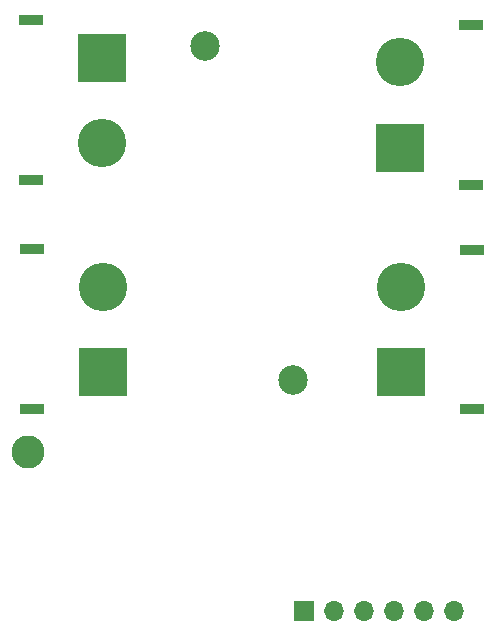
<source format=gbr>
%TF.GenerationSoftware,KiCad,Pcbnew,7.0.7*%
%TF.CreationDate,2023-09-08T11:43:04+10:00*%
%TF.ProjectId,JonoBro,4a6f6e6f-4272-46f2-9e6b-696361645f70,rev?*%
%TF.SameCoordinates,Original*%
%TF.FileFunction,Soldermask,Bot*%
%TF.FilePolarity,Negative*%
%FSLAX46Y46*%
G04 Gerber Fmt 4.6, Leading zero omitted, Abs format (unit mm)*
G04 Created by KiCad (PCBNEW 7.0.7) date 2023-09-08 11:43:04*
%MOMM*%
%LPD*%
G01*
G04 APERTURE LIST*
%ADD10C,2.500000*%
%ADD11R,1.700000X1.700000*%
%ADD12O,1.700000X1.700000*%
%ADD13C,2.800000*%
%ADD14R,2.000000X0.900000*%
%ADD15R,4.100000X4.100000*%
%ADD16C,4.100000*%
G04 APERTURE END LIST*
D10*
%TO.C,H1*%
X144000000Y-98500000D03*
%TD*%
%TO.C,H2*%
X136588353Y-70253731D03*
%TD*%
D11*
%TO.C,J5*%
X144974320Y-118053731D03*
D12*
X147514320Y-118053731D03*
X150054320Y-118053731D03*
X152594320Y-118053731D03*
X155134320Y-118053731D03*
X157674320Y-118053731D03*
%TD*%
D13*
%TO.C,TP3*%
X121600000Y-104600000D03*
%TD*%
D14*
%TO.C,J1*%
X121850000Y-81571987D03*
D15*
X127850000Y-71221987D03*
D14*
X121850000Y-68071987D03*
D16*
X127850000Y-78421987D03*
%TD*%
D14*
%TO.C,J2*%
X159138353Y-87503731D03*
D15*
X153138353Y-97853731D03*
D14*
X159138353Y-101003731D03*
D16*
X153138353Y-90653731D03*
%TD*%
D14*
%TO.C,J4*%
X121950000Y-100950000D03*
D15*
X127950000Y-97800000D03*
D14*
X121950000Y-87450000D03*
D16*
X127950000Y-90600000D03*
%TD*%
D14*
%TO.C,J3*%
X159062574Y-68479017D03*
D15*
X153062574Y-78829017D03*
D14*
X159062574Y-81979017D03*
D16*
X153062574Y-71629017D03*
%TD*%
M02*

</source>
